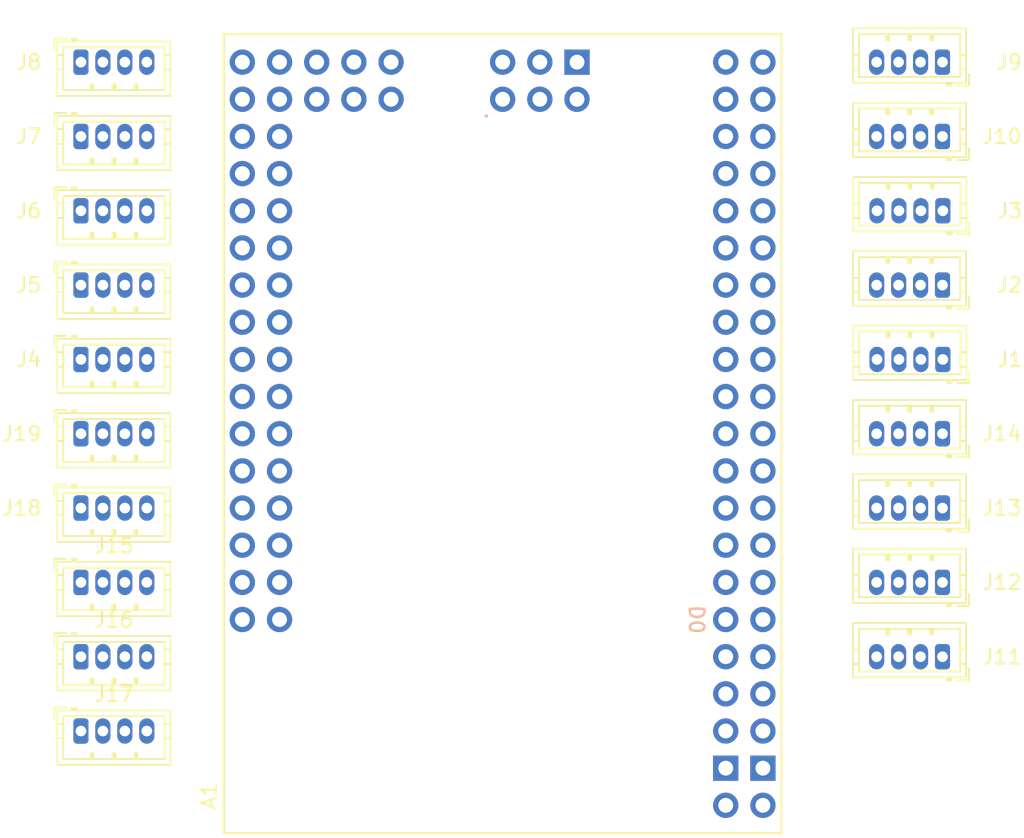
<source format=kicad_pcb>
(kicad_pcb (version 20241229) (generator "pcbnew") (generator_version "9.0")
  (layers (0 "F.Cu" signal) (2 "B.Cu" signal) (13 "F.Paste" user) (15 "B.Paste" user) (5 "F.SilkS" user "F.Silkscreen") (7 "B.SilkS" user "B.Silkscreen") (1 "F.Mask" user) (3 "B.Mask" user) (25 "Edge.Cuts" user))
  (net 0 "")
  (net 2 "Net-(J5-Pin_3)")
  (net 4 "Net-(J5-Pin_2)")
  (net 5 "Net-(J9-Pin_2)")
  (net 6 "Net-(J6-Pin_2)")
  (net 7 "Net-(J8-Pin_4)")
  (net 10 "Net-(J4-Pin_4)")
  (net 11 "Net-(J3-Pin_4)")
  (net 12 "Net-(J2-Pin_2)")
  (net 13 "Net-(A1-D50_MISO)")
  (net 14 "Net-(J9-Pin_3)")
  (net 15 "Net-(J8-Pin_2)")
  (net 16 "Net-(J8-Pin_3)")
  (net 18 "Net-(J1-Pin_3)")
  (net 21 "Net-(J10-Pin_2)")
  (net 22 "Net-(J4-Pin_3)")
  (net 24 "Net-(J3-Pin_3)")
  (net 25 "Net-(J2-Pin_3)")
  (net 27 "Net-(A1-D51_MOSI)")
  (net 28 "Net-(J7-Pin_3)")
  (net 30 "Net-(J5-Pin_4)")
  (net 34 "Net-(J7-Pin_2)")
  (net 36 "Net-(J6-Pin_3)")
  (net 41 "Net-(J1-Pin_2)")
  (net 42 "Net-(J2-Pin_4)")
  (net 43 "Net-(J3-Pin_2)")
  (net 44 "Net-(J4-Pin_2)")
  (net 46 "Net-(J1-Pin_4)")
  (net 48 "Net-(J9-Pin_4)")
  (net 51 "Net-(J6-Pin_4)")
  (net 54 "Net-(J7-Pin_4)")
  (net 58 "Net-(A1-D2_INT0)")
  (net 59 "Net-(J13-Pin_2)")
  (net 60 "Net-(J11-Pin_4)")
  (net 61 "Net-(J14-Pin_4)")
  (net 62 "Net-(J12-Pin_3)")
  (net 63 "Net-(J13-Pin_3)")
  (net 64 "Net-(J12-Pin_2)")
  (net 65 "Net-(J12-Pin_4)")
  (net 66 "Net-(J14-Pin_3)")
  (net 67 "Net-(J14-Pin_2)")
  (net 68 "Net-(A1-D3_INT1)")
  (net 69 "Net-(J13-Pin_4)")
  (net 70 "GND")
  (net 71 "Net-(J17-Pin_2)")
  (net 72 "Net-(J18-Pin_2)")
  (net 73 "Net-(J18-Pin_3)")
  (net 74 "Net-(J16-Pin_4)")
  (net 75 "Net-(J17-Pin_3)")
  (net 76 "Net-(J19-Pin_3)")
  (net 77 "Net-(J15-Pin_4)")
  (net 78 "Net-(J19-Pin_2)")
  (net 79 "Net-(J19-Pin_4)")
  (net 80 "Net-(J16-Pin_2)")
  (net 81 "Net-(J17-Pin_4)")
  (net 82 "Net-(J15-Pin_3)")
  (net 83 "Net-(J18-Pin_4)")
  (net 84 "Net-(J15-Pin_2)")
  (net 85 "Net-(J16-Pin_3)")
  (footprint "Connector_JST:JST_ZH_B4B-ZR_1x04_P1.50mm_Vertical" (layer "F.Cu") (at 130.072 84.836 180)
    (property "Reference" "J3" (at -4.572 0 0) (layer "F.SilkS"))
    (property "Value" "Conn_01x04")
    (pad "1" thru_hole roundrect (at 0 0 180) (size 1.03 1.73) (drill 0.73) (layers "*.Cu" "*.Mask") (roundrect_rratio 0.242718) (net 70 "GND"))
    (pad "2" thru_hole oval (at 1.5 0 180) (size 1.03 1.73) (drill 0.73) (layers "*.Cu" "*.Mask") (net 43 "Net-(J3-Pin_2)"))
    (pad "3" thru_hole oval (at 3 0 180) (size 1.03 1.73) (drill 0.73) (layers "*.Cu" "*.Mask") (net 24 "Net-(J3-Pin_3)"))
    (pad "4" thru_hole oval (at 4.5 0 180) (size 1.03 1.73) (drill 0.73) (layers "*.Cu" "*.Mask") (net 11 "Net-(J3-Pin_4)"))
  )
  (footprint "Connector_JST:JST_ZH_B4B-ZR_1x04_P1.50mm_Vertical" (layer "F.Cu") (at 130.048 100.076 180)
    (property "Reference" "J14" (at -4.064 0 0) (layer "F.SilkS"))
    (property "Value" "Conn_01x04")
    (pad "1" thru_hole roundrect (at 0 0 180) (size 1.03 1.73) (drill 0.73) (layers "*.Cu" "*.Mask") (roundrect_rratio 0.242718) (net 70 "GND"))
    (pad "2" thru_hole oval (at 1.5 0 180) (size 1.03 1.73) (drill 0.73) (layers "*.Cu" "*.Mask") (net 67 "Net-(J14-Pin_2)"))
    (pad "3" thru_hole oval (at 3 0 180) (size 1.03 1.73) (drill 0.73) (layers "*.Cu" "*.Mask") (net 66 "Net-(J14-Pin_3)"))
    (pad "4" thru_hole oval (at 4.5 0 180) (size 1.03 1.73) (drill 0.73) (layers "*.Cu" "*.Mask") (net 61 "Net-(J14-Pin_4)"))
  )
  (footprint "Connector_JST:JST_ZH_B4B-ZR_1x04_P1.50mm_Vertical" (layer "F.Cu") (at 71.192 105.156)
    (property "Reference" "J18" (at -2.612 0 0) (layer "F.SilkS") (effects (justify right)))
    (property "Value" "Conn_01x04")
    (pad "1" thru_hole roundrect (at 0 0) (size 1.03 1.73) (drill 0.73) (layers "*.Cu" "*.Mask") (roundrect_rratio 0.242718) (net 70 "GND"))
    (pad "2" thru_hole oval (at 1.5 0) (size 1.03 1.73) (drill 0.73) (layers "*.Cu" "*.Mask") (net 72 "Net-(J18-Pin_2)"))
    (pad "3" thru_hole oval (at 3 0) (size 1.03 1.73) (drill 0.73) (layers "*.Cu" "*.Mask") (net 73 "Net-(J18-Pin_3)"))
    (pad "4" thru_hole oval (at 4.5 0) (size 1.03 1.73) (drill 0.73) (layers "*.Cu" "*.Mask") (net 83 "Net-(J18-Pin_4)"))
  )
  (footprint "Connector_JST:JST_ZH_B4B-ZR_1x04_P1.50mm_Vertical" (layer "F.Cu") (at 130.048 89.916 180)
    (property "Reference" "J2" (at -4.572 0 0) (layer "F.SilkS"))
    (property "Value" "Conn_01x04")
    (pad "1" thru_hole roundrect (at 0 0 180) (size 1.03 1.73) (drill 0.73) (layers "*.Cu" "*.Mask") (roundrect_rratio 0.242718) (net 70 "GND"))
    (pad "2" thru_hole oval (at 1.5 0 180) (size 1.03 1.73) (drill 0.73) (layers "*.Cu" "*.Mask") (net 12 "Net-(J2-Pin_2)"))
    (pad "3" thru_hole oval (at 3 0 180) (size 1.03 1.73) (drill 0.73) (layers "*.Cu" "*.Mask") (net 25 "Net-(J2-Pin_3)"))
    (pad "4" thru_hole oval (at 4.5 0 180) (size 1.03 1.73) (drill 0.73) (layers "*.Cu" "*.Mask") (net 42 "Net-(J2-Pin_4)"))
  )
  (footprint "Connector_JST:JST_ZH_B4B-ZR_1x04_P1.50mm_Vertical" (layer "F.Cu") (at 71.192 84.836)
    (property "Reference" "J6" (at -2.612 0 0) (layer "F.SilkS") (effects (justify right)))
    (property "Value" "Conn_01x04")
    (pad "1" thru_hole roundrect (at 0 0) (size 1.03 1.73) (drill 0.73) (layers "*.Cu" "*.Mask") (roundrect_rratio 0.242718) (net 70 "GND"))
    (pad "2" thru_hole oval (at 1.5 0) (size 1.03 1.73) (drill 0.73) (layers "*.Cu" "*.Mask") (net 6 "Net-(J6-Pin_2)"))
    (pad "3" thru_hole oval (at 3 0) (size 1.03 1.73) (drill 0.73) (layers "*.Cu" "*.Mask") (net 36 "Net-(J6-Pin_3)"))
    (pad "4" thru_hole oval (at 4.5 0) (size 1.03 1.73) (drill 0.73) (layers "*.Cu" "*.Mask") (net 51 "Net-(J6-Pin_4)"))
  )
  (footprint "Connector_JST:JST_ZH_B4B-ZR_1x04_P1.50mm_Vertical" (layer "F.Cu") (at 130.048 110.236 180)
    (property "Reference" "J12" (at -4.064 0 0) (layer "F.SilkS"))
    (property "Value" "Conn_01x04")
    (pad "1" thru_hole roundrect (at 0 0 180) (size 1.03 1.73) (drill 0.73) (layers "*.Cu" "*.Mask") (roundrect_rratio 0.242718) (net 70 "GND"))
    (pad "2" thru_hole oval (at 1.5 0 180) (size 1.03 1.73) (drill 0.73) (layers "*.Cu" "*.Mask") (net 64 "Net-(J12-Pin_2)"))
    (pad "3" thru_hole oval (at 3 0 180) (size 1.03 1.73) (drill 0.73) (layers "*.Cu" "*.Mask") (net 62 "Net-(J12-Pin_3)"))
    (pad "4" thru_hole oval (at 4.5 0 180) (size 1.03 1.73) (drill 0.73) (layers "*.Cu" "*.Mask") (net 65 "Net-(J12-Pin_4)"))
  )
  (footprint "Connector_JST:JST_ZH_B4B-ZR_1x04_P1.50mm_Vertical" (layer "F.Cu") (at 71.192 74.676)
    (property "Reference" "J8" (at -2.612 0 0) (layer "F.SilkS") (effects (justify right)))
    (property "Value" "Conn_01x04")
    (pad "1" thru_hole roundrect (at 0 0) (size 1.03 1.73) (drill 0.73) (layers "*.Cu" "*.Mask") (roundrect_rratio 0.242718) (net 70 "GND"))
    (pad "2" thru_hole oval (at 1.5 0) (size 1.03 1.73) (drill 0.73) (layers "*.Cu" "*.Mask") (net 15 "Net-(J8-Pin_2)"))
    (pad "3" thru_hole oval (at 3 0) (size 1.03 1.73) (drill 0.73) (layers "*.Cu" "*.Mask") (net 16 "Net-(J8-Pin_3)"))
    (pad "4" thru_hole oval (at 4.5 0) (size 1.03 1.73) (drill 0.73) (layers "*.Cu" "*.Mask") (net 7 "Net-(J8-Pin_4)"))
  )
  (footprint "Connector_JST:JST_ZH_B4B-ZR_1x04_P1.50mm_Vertical" (layer "F.Cu") (at 130.048 105.156 180)
    (property "Reference" "J13" (at -4.064 0 0) (layer "F.SilkS"))
    (property "Value" "Conn_01x04")
    (pad "1" thru_hole roundrect (at 0 0 180) (size 1.03 1.73) (drill 0.73) (layers "*.Cu" "*.Mask") (roundrect_rratio 0.242718) (net 70 "GND"))
    (pad "2" thru_hole oval (at 1.5 0 180) (size 1.03 1.73) (drill 0.73) (layers "*.Cu" "*.Mask") (net 59 "Net-(J13-Pin_2)"))
    (pad "3" thru_hole oval (at 3 0 180) (size 1.03 1.73) (drill 0.73) (layers "*.Cu" "*.Mask") (net 63 "Net-(J13-Pin_3)"))
    (pad "4" thru_hole oval (at 4.5 0 180) (size 1.03 1.73) (drill 0.73) (layers "*.Cu" "*.Mask") (net 69 "Net-(J13-Pin_4)"))
  )
  (footprint "Connector_JST:JST_ZH_B4B-ZR_1x04_P1.50mm_Vertical" (layer "F.Cu") (at 130.048 74.676 180)
    (property "Reference" "J9" (at -4.572 0 0) (layer "F.SilkS"))
    (property "Value" "Conn_01x04")
    (pad "1" thru_hole roundrect (at 0 0 180) (size 1.03 1.73) (drill 0.73) (layers "*.Cu" "*.Mask") (roundrect_rratio 0.242718) (net 70 "GND"))
    (pad "2" thru_hole oval (at 1.5 0 180) (size 1.03 1.73) (drill 0.73) (layers "*.Cu" "*.Mask") (net 5 "Net-(J9-Pin_2)"))
    (pad "3" thru_hole oval (at 3 0 180) (size 1.03 1.73) (drill 0.73) (layers "*.Cu" "*.Mask") (net 14 "Net-(J9-Pin_3)"))
    (pad "4" thru_hole oval (at 4.5 0 180) (size 1.03 1.73) (drill 0.73) (layers "*.Cu" "*.Mask") (net 48 "Net-(J9-Pin_4)"))
  )
  (footprint "PCM_arduino-library:Clone_Mega2560_Pro_Socket" (layer "F.Cu") (at 80.95 127.379 90)
    (property "Reference" "A1" (at 2.54 -1.016 90) (layer "F.SilkS"))
    (property "Value" "Clone_Mega2560_Pro_Socket")
    (fp_text user "D0" (at 14.605 32.385 90) (layer "F.SilkS"))
    (fp_text user "." (at 49.022 17.526 90) (layer "F.SilkS"))
    (fp_text user "D0" (at 14.605 32.385 90) (layer "B.SilkS") (effects (justify mirror)))
    (fp_text user "." (at 49.022 17.526 90) (layer "B.SilkS"))
    (pad "" np_thru_hole circle (at 13.5382 8.382 90) (size 3.2 3.2) (drill 3.2) (layers "*.Cu" "*.Mask"))
    (pad "" np_thru_hole circle (at 51.562 15.24 90) (size 3.2 3.2) (drill 3.2) (layers "*.Cu" "*.Mask"))
    (pad "3V31" thru_hole oval (at 9.525 34.29 90) (size 1.7272 1.7272) (drill 1.016) (layers "*.Cu" "*.Mask"))
    (pad "3V32" thru_hole oval (at 9.525 36.83 90) (size 1.7272 1.7272) (drill 1.016) (layers "*.Cu" "*.Mask"))
    (pad "5V1" thru_hole oval (at 6.985 34.29 90) (size 1.7272 1.7272) (drill 1.016) (layers "*.Cu" "*.Mask"))
    (pad "5V2" thru_hole oval (at 52.705 19.05 90) (size 1.7272 1.7272) (drill 1.016) (layers "*.Cu" "*.Mask"))
    (pad "5V3" thru_hole oval (at 6.985 36.83 90) (size 1.7272 1.7272) (drill 1.016) (layers "*.Cu" "*.Mask"))
    (pad "A0" thru_hole oval (at 14.605 1.27 90) (size 1.7272 1.7272) (drill 1.016) (layers "*.Cu" "*.Mask") (net 71 "Net-(J17-Pin_2)"))
    (pad "A1" thru_hole oval (at 14.605 3.81 90) (size 1.7272 1.7272) (drill 1.016) (layers "*.Cu" "*.Mask") (net 75 "Net-(J17-Pin_3)"))
    (pad "A2" thru_hole oval (at 17.145 1.27 90) (size 1.7272 1.7272) (drill 1.016) (layers "*.Cu" "*.Mask") (net 81 "Net-(J17-Pin_4)"))
    (pad "A3" thru_hole oval (at 17.145 3.81 90) (size 1.7272 1.7272) (drill 1.016) (layers "*.Cu" "*.Mask") (net 80 "Net-(J16-Pin_2)"))
    (pad "A4" thru_hole oval (at 19.685 1.27 90) (size 1.7272 1.7272) (drill 1.016) (layers "*.Cu" "*.Mask") (net 85 "Net-(J16-Pin_3)"))
    (pad "A5" thru_hole oval (at 19.685 3.81 90) (size 1.7272 1.7272) (drill 1.016) (layers "*.Cu" "*.Mask") (net 74 "Net-(J16-Pin_4)"))
    (pad "A6" thru_hole oval (at 22.225 1.27 90) (size 1.7272 1.7272) (drill 1.016) (layers "*.Cu" "*.Mask") (net 84 "Net-(J15-Pin_2)"))
    (pad "A7" thru_hole oval (at 22.225 3.81 90) (size 1.7272 1.7272) (drill 1.016) (layers "*.Cu" "*.Mask") (net 82 "Net-(J15-Pin_3)"))
    (pad "A8" thru_hole oval (at 24.765 1.27 90) (size 1.7272 1.7272) (drill 1.016) (layers "*.Cu" "*.Mask") (net 77 "Net-(J15-Pin_4)"))
    (pad "A9" thru_hole oval (at 24.765 3.81 90) (size 1.7272 1.7272) (drill 1.016) (layers "*.Cu" "*.Mask") (net 72 "Net-(J18-Pin_2)"))
    (pad "A10" thru_hole oval (at 27.305 1.27 90) (size 1.7272 1.7272) (drill 1.016) (layers "*.Cu" "*.Mask") (net 73 "Net-(J18-Pin_3)"))
    (pad "A11" thru_hole oval (at 27.305 3.81 90) (size 1.7272 1.7272) (drill 1.016) (layers "*.Cu" "*.Mask") (net 83 "Net-(J18-Pin_4)"))
    (pad "A12" thru_hole oval (at 29.845 1.27 90) (size 1.7272 1.7272) (drill 1.016) (layers "*.Cu" "*.Mask") (net 78 "Net-(J19-Pin_2)"))
    (pad "A13" thru_hole oval (at 29.845 3.81 90) (size 1.7272 1.7272) (drill 1.016) (layers "*.Cu" "*.Mask") (net 76 "Net-(J19-Pin_3)"))
    (pad "A14" thru_hole oval (at 32.385 1.27 90) (size 1.7272 1.7272) (drill 1.016) (layers "*.Cu" "*.Mask") (net 79 "Net-(J19-Pin_4)"))
    (pad "A15" thru_hole oval (at 32.385 3.81 90) (size 1.7272 1.7272) (drill 1.016) (layers "*.Cu" "*.Mask"))
    (pad "AREF" thru_hole oval (at 12.065 34.29 90) (size 1.7272 1.7272) (drill 1.016) (layers "*.Cu" "*.Mask"))
    (pad "D0" thru_hole oval (at 14.605 34.29 90) (size 1.7272 1.7272) (drill 1.016) (layers "*.Cu" "*.Mask"))
    (pad "D1" thru_hole oval (at 14.605 36.83 90) (size 1.7272 1.7272) (drill 1.016) (layers "*.Cu" "*.Mask"))
    (pad "D2" thru_hole oval (at 17.145 34.29 90) (size 1.7272 1.7272) (drill 1.016) (layers "*.Cu" "*.Mask") (net 58 "Net-(A1-D2_INT0)"))
    (pad "D3" thru_hole oval (at 17.145 36.83 90) (size 1.7272 1.7272) (drill 1.016) (layers "*.Cu" "*.Mask") (net 68 "Net-(A1-D3_INT1)"))
    (pad "D4" thru_hole oval (at 19.685 34.29 90) (size 1.7272 1.7272) (drill 1.016) (layers "*.Cu" "*.Mask") (net 60 "Net-(J11-Pin_4)"))
    (pad "D5" thru_hole oval (at 19.685 36.83 90) (size 1.7272 1.7272) (drill 1.016) (layers "*.Cu" "*.Mask") (net 64 "Net-(J12-Pin_2)"))
    (pad "D6" thru_hole oval (at 22.225 34.29 90) (size 1.7272 1.7272) (drill 1.016) (layers "*.Cu" "*.Mask") (net 62 "Net-(J12-Pin_3)"))
    (pad "D7" thru_hole oval (at 22.225 36.83 90) (size 1.7272 1.7272) (drill 1.016) (layers "*.Cu" "*.Mask") (net 65 "Net-(J12-Pin_4)"))
    (pad "D8" thru_hole oval (at 24.765 34.29 90) (size 1.7272 1.7272) (drill 1.016) (layers "*.Cu" "*.Mask") (net 59 "Net-(J13-Pin_2)"))
    (pad "D9" thru_hole oval (at 24.765 36.83 90) (size 1.7272 1.7272) (drill 1.016) (layers "*.Cu" "*.Mask") (net 63 "Net-(J13-Pin_3)"))
    (pad "D10" thru_hole oval (at 27.305 34.29 90) (size 1.7272 1.7272) (drill 1.016) (layers "*.Cu" "*.Mask") (net 69 "Net-(J13-Pin_4)"))
    (pad "D11" thru_hole oval (at 27.305 36.83 90) (size 1.7272 1.7272) (drill 1.016) (layers "*.Cu" "*.Mask") (net 67 "Net-(J14-Pin_2)"))
    (pad "D12" thru_hole oval (at 29.845 34.29 90) (size 1.7272 1.7272) (drill 1.016) (layers "*.Cu" "*.Mask") (net 66 "Net-(J14-Pin_3)"))
    (pad "D13" thru_hole oval (at 29.845 36.83 90) (size 1.7272 1.7272) (drill 1.016) (layers "*.Cu" "*.Mask") (net 61 "Net-(J14-Pin_4)"))
    (pad "D14" thru_hole oval (at 32.385 34.29 90) (size 1.7272 1.7272) (drill 1.016) (layers "*.Cu" "*.Mask"))
    (pad "D15" thru_hole oval (at 32.385 36.83 90) (size 1.7272 1.7272) (drill 1.016) (layers "*.Cu" "*.Mask"))
    (pad "D16" thru_hole oval (at 34.925 34.29 90) (size 1.7272 1.7272) (drill 1.016) (layers "*.Cu" "*.Mask"))
    (pad "D17" thru_hole oval (at 34.925 36.83 90) (size 1.7272 1.7272) (drill 1.016) (layers "*.Cu" "*.Mask"))
    (pad "D18" thru_hole oval (at 37.465 34.29 90) (size 1.7272 1.7272) (drill 1.016) (layers "*.Cu" "*.Mask"))
    (pad "D19" thru_hole oval (at 37.465 36.83 90) (size 1.7272 1.7272) (drill 1.016) (layers "*.Cu" "*.Mask"))
    (pad "D20" thru_hole oval (at 40.005 34.29 90) (size 1.7272 1.7272) (drill 1.016) (layers "*.Cu" "*.Mask"))
    (pad "D21" thru_hole oval (at 40.005 36.83 90) (size 1.7272 1.7272) (drill 1.016) (layers "*.Cu" "*.Mask"))
    (pad "D22" thru_hole oval (at 42.545 34.29 90) (size 1.7272 1.7272) (drill 1.016) (layers "*.Cu" "*.Mask") (net 41 "Net-(J1-Pin_2)"))
    (pad "D23" thru_hole oval (at 42.545 36.83 90) (size 1.7272 1.7272) (drill 1.016) (layers "*.Cu" "*.Mask") (net 18 "Net-(J1-Pin_3)"))
    (pad "D24" thru_hole oval (at 45.085 34.29 90) (size 1.7272 1.7272) (drill 1.016) (layers "*.Cu" "*.Mask") (net 46 "Net-(J1-Pin_4)"))
    (pad "D25" thru_hole oval (at 45.085 36.83 90) (size 1.7272 1.7272) (drill 1.016) (layers "*.Cu" "*.Mask") (net 12 "Net-(J2-Pin_2)"))
    (pad "D26" thru_hole oval (at 47.625 34.29 90) (size 1.7272 1.7272) (drill 1.016) (layers "*.Cu" "*.Mask") (net 25 "Net-(J2-Pin_3)"))
    (pad "D27" thru_hole oval (at 47.625 36.83 90) (size 1.7272 1.7272) (drill 1.016) (layers "*.Cu" "*.Mask") (net 42 "Net-(J2-Pin_4)"))
    (pad "D28" thru_hole oval (at 50.165 34.29 90) (size 1.7272 1.7272) (drill 1.016) (layers "*.Cu" "*.Mask") (net 43 "Net-(J3-Pin_2)"))
    (pad "D29" thru_hole oval (at 50.165 36.83 90) (size 1.7272 1.7272) (drill 1.016) (layers "*.Cu" "*.Mask") (net 24 "Net-(J3-Pin_3)"))
    (pad "D30" thru_hole oval (at 52.705 34.29 90) (size 1.7272 1.7272) (drill 1.016) (layers "*.Cu" "*.Mask") (net 11 "Net-(J3-Pin_4)"))
    (pad "D31" thru_hole oval (at 52.705 36.83 90) (size 1.7272 1.7272) (drill 1.016) (layers "*.Cu" "*.Mask") (net 44 "Net-(J4-Pin_2)"))
    (pad "D32" thru_hole oval (at 34.925 1.27 90) (size 1.7272 1.7272) (drill 1.016) (layers "*.Cu" "*.Mask") (net 22 "Net-(J4-Pin_3)"))
    (pad "D33" thru_hole oval (at 34.925 3.81 90) (size 1.7272 1.7272) (drill 1.016) (layers "*.Cu" "*.Mask") (net 10 "Net-(J4-Pin_4)"))
    (pad "D34" thru_hole oval (at 37.465 1.27 90) (size 1.7272 1.7272) (drill 1.016) (layers "*.Cu" "*.Mask") (net 4 "Net-(J5-Pin_2)"))
    (pad "D35" thru_hole oval (at 37.465 3.81 90) (size 1.7272 1.7272) (drill 1.016) (layers "*.Cu" "*.Mask") (net 2 "Net-(J5-Pin_3)"))
    (pad "D36" thru_hole oval (at 40.005 1.27 90) (size 1.7272 1.7272) (drill 1.016) (layers "*.Cu" "*.Mask") (net 30 "Net-(J5-Pin_4)"))
    (pad "D37" thru_hole oval (at 40.005 3.81 90) (size 1.7272 1.7272) (drill 1.016) (layers "*.Cu" "*.Mask") (net 6 "Net-(J6-Pin_2)"))
    (pad "D38" thru_hole oval (at 42.545 1.27 90) (size 1.7272 1.7272) (drill 1.016) (layers "*.Cu" "*.Mask") (net 36 "Net-(J6-Pin_3)"))
    (pad "D39" thru_hole oval (at 42.545 3.81 90) (size 1.7272 1.7272) (drill 1.016) (layers "*.Cu" "*.Mask") (net 51 "Net-(J6-Pin_4)"))
    (pad "D40" thru_hole oval (at 45.085 1.27 90) (size 1.7272 1.7272) (drill 1.016) (layers "*.Cu" "*.Mask") (net 34 "Net-(J7-Pin_2)"))
    (pad "D41" thru_hole oval (at 45.085 3.81 90) (size 1.7272 1.7272) (drill 1.016) (layers "*.Cu" "*.Mask") (net 28 "Net-(J7-Pin_3)"))
    (pad "D42" thru_hole oval (at 47.625 1.27 90) (size 1.7272 1.7272) (drill 1.016) (layers "*.Cu" "*.Mask") (net 54 "Net-(J7-Pin_4)"))
    (pad "D43" thru_hole oval (at 47.625 3.81 90) (size 1.7272 1.7272) (drill 1.016) (layers "*.Cu" "*.Mask") (net 15 "Net-(J8-Pin_2)"))
    (pad "D44" thru_hole oval (at 50.165 1.27 90) (size 1.7272 1.7272) (drill 1.016) (layers "*.Cu" "*.Mask") (net 16 "Net-(J8-Pin_3)"))
    (pad "D45" thru_hole oval (at 50.165 3.81 90) (size 1.7272 1.7272) (drill 1.016) (layers "*.Cu" "*.Mask") (net 7 "Net-(J8-Pin_4)"))
    (pad "D46" thru_hole oval (at 52.705 1.27 90) (size 1.7272 1.7272) (drill 1.016) (layers "*.Cu" "*.Mask") (net 5 "Net-(J9-Pin_2)"))
    (pad "D47" thru_hole oval (at 52.705 3.81 90) (size 1.7272 1.7272) (drill 1.016) (layers "*.Cu" "*.Mask") (net 14 "Net-(J9-Pin_3)"))
    (pad "D48" thru_hole oval (at 52.705 6.35 90) (size 1.7272 1.7272) (drill 1.016) (layers "*.Cu" "*.Mask") (net 48 "Net-(J9-Pin_4)"))
    (pad "D49" thru_hole oval (at 50.165 6.35 90) (size 1.7272 1.7272) (drill 1.016) (layers "*.Cu" "*.Mask") (net 21 "Net-(J10-Pin_2)"))
    (pad "D50" thru_hole oval (at 52.705 8.89 90) (size 1.7272 1.7272) (drill 1.016) (layers "*.Cu" "*.Mask") (net 13 "Net-(A1-D50_MISO)"))
    (pad "D51" thru_hole oval (at 50.165 8.89 90) (size 1.7272 1.7272) (drill 1.016) (layers "*.Cu" "*.Mask") (net 27 "Net-(A1-D51_MOSI)"))
    (pad "D52" thru_hole oval (at 52.705 11.43 90) (size 1.7272 1.7272) (drill 1.016) (layers "*.Cu" "*.Mask"))
    (pad "D53" thru_hole oval (at 50.165 11.43 90) (size 1.7272 1.7272) (drill 1.016) (layers "*.Cu" "*.Mask"))
    (pad "GND1" thru_hole rect (at 4.445 34.29 90) (size 1.7272 1.7272) (drill 1.016) (layers "*.Cu" "*.Mask") (net 70 "GND"))
    (pad "GND2" thru_hole rect (at 4.445 36.83 90) (size 1.7272 1.7272) (drill 1.016) (layers "*.Cu" "*.Mask") (net 70 "GND"))
    (pad "GND4" thru_hole rect (at 52.705 24.13 90) (size 1.7272 1.7272) (drill 1.016) (layers "*.Cu" "*.Mask"))
    (pad "MISO" thru_hole oval (at 50.165 19.05 90) (size 1.7272 1.7272) (drill 1.016) (layers "*.Cu" "*.Mask"))
    (pad "MOSI" thru_hole oval (at 52.705 21.59 90) (size 1.7272 1.7272) (drill 1.016) (layers "*.Cu" "*.Mask"))
    (pad "RST1" thru_hole oval (at 12.065 36.83 90) (size 1.7272 1.7272) (drill 1.016) (layers "*.Cu" "*.Mask"))
    (pad "RST2" thru_hole oval (at 50.165 24.13 90) (size 1.7272 1.7272) (drill 1.016) (layers "*.Cu" "*.Mask"))
    (pad "SCK" thru_hole oval (at 50.165 21.59 90) (size 1.7272 1.7272) (drill 1.016) (layers "*.Cu" "*.Mask"))
    (pad "VIN1" thru_hole oval (at 1.905 34.29 90) (size 1.7272 1.7272) (drill 1.016) (layers "*.Cu" "*.Mask"))
    (pad "VIN2" thru_hole oval (at 1.905 36.83 90) (size 1.7272 1.7272) (drill 1.016) (layers "*.Cu" "*.Mask"))
  )
  (footprint "Connector_JST:JST_ZH_B4B-ZR_1x04_P1.50mm_Vertical" (layer "F.Cu") (at 130.048 79.756 180)
    (property "Reference" "J10" (at -4.064 0 0) (layer "F.SilkS"))
    (property "Value" "Conn_01x04")
    (pad "1" thru_hole roundrect (at 0 0 180) (size 1.03 1.73) (drill 0.73) (layers "*.Cu" "*.Mask") (roundrect_rratio 0.242718) (net 70 "GND"))
    (pad "2" thru_hole oval (at 1.5 0 180) (size 1.03 1.73) (drill 0.73) (layers "*.Cu" "*.Mask") (net 21 "Net-(J10-Pin_2)"))
    (pad "3" thru_hole oval (at 3 0 180) (size 1.03 1.73) (drill 0.73) (layers "*.Cu" "*.Mask") (net 13 "Net-(A1-D50_MISO)"))
    (pad "4" thru_hole oval (at 4.5 0 180) (size 1.03 1.73) (drill 0.73) (layers "*.Cu" "*.Mask") (net 27 "Net-(A1-D51_MOSI)"))
  )
  (footprint "Connector_JST:JST_ZH_B4B-ZR_1x04_P1.50mm_Vertical" (layer "F.Cu") (at 71.192 100.076)
    (property "Reference" "J19" (at -2.612 0 0) (layer "F.SilkS") (effects (justify right)))
    (property "Value" "Conn_01x04")
    (pad "1" thru_hole roundrect (at 0 0) (size 1.03 1.73) (drill 0.73) (layers "*.Cu" "*.Mask") (roundrect_rratio 0.242718) (net 70 "GND"))
    (pad "2" thru_hole oval (at 1.5 0) (size 1.03 1.73) (drill 0.73) (layers "*.Cu" "*.Mask") (net 78 "Net-(J19-Pin_2)"))
    (pad "3" thru_hole oval (at 3 0) (size 1.03 1.73) (drill 0.73) (layers "*.Cu" "*.Mask") (net 76 "Net-(J19-Pin_3)"))
    (pad "4" thru_hole oval (at 4.5 0) (size 1.03 1.73) (drill 0.73) (layers "*.Cu" "*.Mask") (net 79 "Net-(J19-Pin_4)"))
  )
  (footprint "Connector_JST:JST_ZH_B4B-ZR_1x04_P1.50mm_Vertical" (layer "F.Cu") (at 71.192 94.996)
    (property "Reference" "J4" (at -2.612 0 0) (layer "F.SilkS") (effects (justify right)))
    (property "Value" "Conn_01x04")
    (pad "1" thru_hole roundrect (at 0 0) (size 1.03 1.73) (drill 0.73) (layers "*.Cu" "*.Mask") (roundrect_rratio 0.242718) (net 70 "GND"))
    (pad "2" thru_hole oval (at 1.5 0) (size 1.03 1.73) (drill 0.73) (layers "*.Cu" "*.Mask") (net 44 "Net-(J4-Pin_2)"))
    (pad "3" thru_hole oval (at 3 0) (size 1.03 1.73) (drill 0.73) (layers "*.Cu" "*.Mask") (net 22 "Net-(J4-Pin_3)"))
    (pad "4" thru_hole oval (at 4.5 0) (size 1.03 1.73) (drill 0.73) (layers "*.Cu" "*.Mask") (net 10 "Net-(J4-Pin_4)"))
  )
  (footprint "Connector_JST:JST_ZH_B4B-ZR_1x04_P1.50mm_Vertical" (layer "F.Cu") (at 71.192 79.756)
    (property "Reference" "J7" (at -2.612 0 0) (layer "F.SilkS") (effects (justify right)))
    (property "Value" "Conn_01x04")
    (pad "1" thru_hole roundrect (at 0 0) (size 1.03 1.73) (drill 0.73) (layers "*.Cu" "*.Mask") (roundrect_rratio 0.242718) (net 70 "GND"))
    (pad "2" thru_hole oval (at 1.5 0) (size 1.03 1.73) (drill 0.73) (layers "*.Cu" "*.Mask") (net 34 "Net-(J7-Pin_2)"))
    (pad "3" thru_hole oval (at 3 0) (size 1.03 1.73) (drill 0.73) (layers "*.Cu" "*.Mask") (net 28 "Net-(J7-Pin_3)"))
    (pad "4" thru_hole oval (at 4.5 0) (size 1.03 1.73) (drill 0.73) (layers "*.Cu" "*.Mask") (net 54 "Net-(J7-Pin_4)"))
  )
  (footprint "Connector_JST:JST_ZH_B4B-ZR_1x04_P1.50mm_Vertical" (layer "F.Cu") (at 130.048 115.316 180)
    (property "Reference" "J11" (at -4.064 0 0) (layer "F.SilkS"))
    (property "Value" "Conn_01x04")
    (pad "1" thru_hole roundrect (at 0 0 180) (size 1.03 1.73) (drill 0.73) (layers "*.Cu" "*.Mask") (roundrect_rratio 0.242718) (net 70 "GND"))
    (pad "2" thru_hole oval (at 1.5 0 180) (size 1.03 1.73) (drill 0.73) (layers "*.Cu" "*.Mask") (net 58 "Net-(A1-D2_INT0)"))
    (pad "3" thru_hole oval (at 3 0 180) (size 1.03 1.73) (drill 0.73) (layers "*.Cu" "*.Mask") (net 68 "Net-(A1-D3_INT1)"))
    (pad "4" thru_hole oval (at 4.5 0 180) (size 1.03 1.73) (drill 0.73) (layers "*.Cu" "*.Mask") (net 60 "Net-(J11-Pin_4)"))
  )
  (footprint "Connector_JST:JST_ZH_B4B-ZR_1x04_P1.50mm_Vertical" (layer "F.Cu") (at 71.192 120.396)
    (property "Reference" "J17" (at 2.25 -2.5 0) (layer "F.SilkS"))
    (property "Value" "Conn_01x04")
    (pad "1" thru_hole roundrect (at 0 0) (size 1.03 1.73) (drill 0.73) (layers "*.Cu" "*.Mask") (roundrect_rratio 0.242718) (net 70 "GND"))
    (pad "2" thru_hole oval (at 1.5 0) (size 1.03 1.73) (drill 0.73) (layers "*.Cu" "*.Mask") (net 71 "Net-(J17-Pin_2)"))
    (pad "3" thru_hole oval (at 3 0) (size 1.03 1.73) (drill 0.73) (layers "*.Cu" "*.Mask") (net 75 "Net-(J17-Pin_3)"))
    (pad "4" thru_hole oval (at 4.5 0) (size 1.03 1.73) (drill 0.73) (layers "*.Cu" "*.Mask") (net 81 "Net-(J17-Pin_4)"))
  )
  (footprint "Connector_JST:JST_ZH_B4B-ZR_1x04_P1.50mm_Vertical" (layer "F.Cu") (at 71.192 115.316)
    (property "Reference" "J16" (at 2.25 -2.5 0) (layer "F.SilkS"))
    (property "Value" "Conn_01x04")
    (pad "1" thru_hole roundrect (at 0 0) (size 1.03 1.73) (drill 0.73) (layers "*.Cu" "*.Mask") (roundrect_rratio 0.242718) (net 70 "GND"))
    (pad "2" thru_hole oval (at 1.5 0) (size 1.03 1.73) (drill 0.73) (layers "*.Cu" "*.Mask") (net 80 "Net-(J16-Pin_2)"))
    (pad "3" thru_hole oval (at 3 0) (size 1.03 1.73) (drill 0.73) (layers "*.Cu" "*.Mask") (net 85 "Net-(J16-Pin_3)"))
    (pad "4" thru_hole oval (at 4.5 0) (size 1.03 1.73) (drill 0.73) (layers "*.Cu" "*.Mask") (net 74 "Net-(J16-Pin_4)"))
  )
  (footprint "Connector_JST:JST_ZH_B4B-ZR_1x04_P1.50mm_Vertical" (layer "F.Cu") (at 71.192 89.916)
    (property "Reference" "J5" (at -2.612 0 0) (layer "F.SilkS") (effects (justify right)))
    (property "Value" "Conn_01x04")
    (pad "1" thru_hole roundrect (at 0 0) (size 1.03 1.73) (drill 0.73) (layers "*.Cu" "*.Mask") (roundrect_rratio 0.242718) (net 70 "GND"))
    (pad "2" thru_hole oval (at 1.5 0) (size 1.03 1.73) (drill 0.73) (layers "*.Cu" "*.Mask") (net 4 "Net-(J5-Pin_2)"))
    (pad "3" thru_hole oval (at 3 0) (size 1.03 1.73) (drill 0.73) (layers "*.Cu" "*.Mask") (net 2 "Net-(J5-Pin_3)"))
    (pad "4" thru_hole oval (at 4.5 0) (size 1.03 1.73) (drill 0.73) (layers "*.Cu" "*.Mask") (net 30 "Net-(J5-Pin_4)"))
  )
  (footprint "Connector_JST:JST_ZH_B4B-ZR_1x04_P1.50mm_Vertical" (layer "F.Cu") (at 130.072 94.996 180)
    (property "Reference" "J1" (at -4.572 0 0) (layer "F.SilkS"))
    (property "Value" "Conn_01x04")
    (pad "1" thru_hole roundrect (at 0 0 180) (size 1.03 1.73) (drill 0.73) (layers "*.Cu" "*.Mask") (roundrect_rratio 0.242718) (net 70 "GND"))
    (pad "2" thru_hole oval (at 1.5 0 180) (size 1.03 1.73) (drill 0.73) (layers "*.Cu" "*.Mask") (net 41 "Net-(J1-Pin_2)"))
    (pad "3" thru_hole oval (at 3 0 180) (size 1.03 1.73) (drill 0.73) (layers "*.Cu" "*.Mask") (net 18 "Net-(J1-Pin_3)"))
    (pad "4" thru_hole oval (at 4.5 0 180) (size 1.03 1.73) (drill 0.73) (layers "*.Cu" "*.Mask") (net 46 "Net-(J1-Pin_4)"))
  )
  (footprint "Connector_JST:JST_ZH_B4B-ZR_1x04_P1.50mm_Vertical" (layer "F.Cu") (at 71.192 110.236)
    (property "Reference" "J15" (at 2.25 -2.5 0) (layer "F.SilkS"))
    (property "Value" "Conn_01x04")
    (pad "1" thru_hole roundrect (at 0 0) (size 1.03 1.73) (drill 0.73) (layers "*.Cu" "*.Mask") (roundrect_rratio 0.242718) (net 70 "GND"))
    (pad "2" thru_hole oval (at 1.5 0) (size 1.03 1.73) (drill 0.73) (layers "*.Cu" "*.Mask") (net 84 "Net-(J15-Pin_2)"))
    (pad "3" thru_hole oval (at 3 0) (size 1.03 1.73) (drill 0.73) (layers "*.Cu" "*.Mask") (net 82 "Net-(J15-Pin_3)"))
    (pad "4" thru_hole oval (at 4.5 0) (size 1.03 1.73) (drill 0.73) (layers "*.Cu" "*.Mask") (net 77 "Net-(J15-Pin_4)"))
  )
)
</source>
